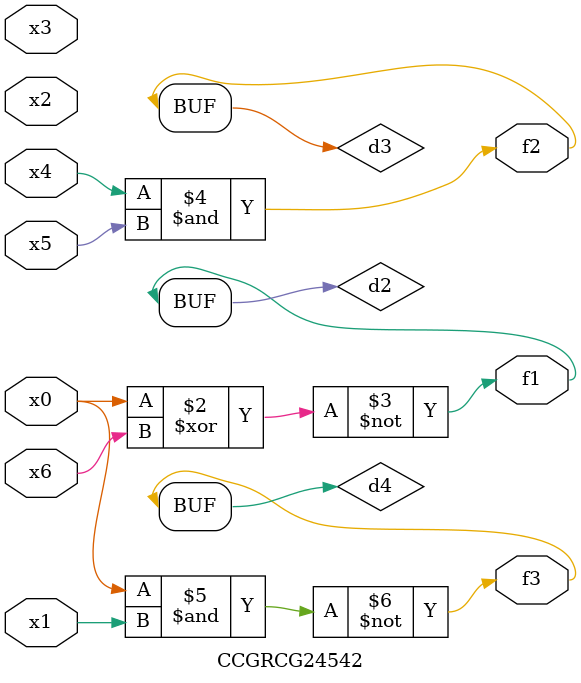
<source format=v>
module CCGRCG24542(
	input x0, x1, x2, x3, x4, x5, x6,
	output f1, f2, f3
);

	wire d1, d2, d3, d4;

	nor (d1, x0);
	xnor (d2, x0, x6);
	and (d3, x4, x5);
	nand (d4, x0, x1);
	assign f1 = d2;
	assign f2 = d3;
	assign f3 = d4;
endmodule

</source>
